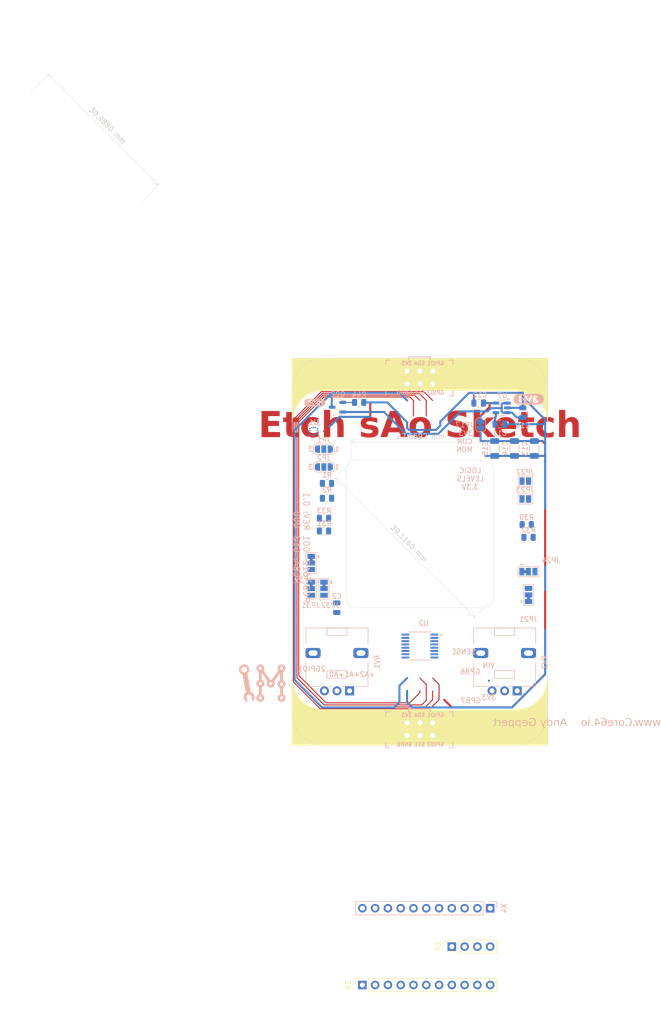
<source format=kicad_pcb>
(kicad_pcb (version 20240108) (generator "pcbnew") (generator_version "8.0")
  (title_block (title "Core4 SAO - PCB Layout") (date "2024-08-21") (rev "0.1") (company "Andy Geppert - Machine Ideas, LLC"))
  (layers (0 "F.Cu" signal) (31 "B.Cu" signal) (34 "B.Paste" user) (35 "F.Paste" user) (36 "B.SilkS" user "B.Silkscreen") (37 "F.SilkS" user "F.Silkscreen") (38 "B.Mask" user) (39 "F.Mask" user) (44 "Edge.Cuts" user))
  (net 0 "")
  (net 1 "VIN")
  (net 4 "GND")
  (net 5 "3V3")
  (net 6 "Net-(Q22-S)")
  (net 7 "unconnected-(JP21-C-Pad2)")
  (net 8 "/GPIO2")
  (net 11 "unconnected-(JP30-C-Pad2)")
  (net 14 "Net-(U7-BP)")
  (net 15 "/GPIO1")
  (net 16 "/I2C_SDA")
  (net 17 "/I2C_SCL")
  (net 18 "Net-(Q22-G)")
  (net 19 "/SCL")
  (net 20 "/SDA")
  (net 21 "/3V3_LDO")
  (net 22 "Net-(JP1-C)")
  (net 23 "Net-(JP2-C)")
  (net 26 "unconnected-(RV1-Pad1)")
  (net 32 "Net-(U1-GND-Pad10)")
  (net 41 "/I2C_3V3_SCL")
  (net 42 "/I2C_3V3_SDA")
  (net 43 "5V0")
  (net 44 "/SPI_CLK")
  (net 45 "/SPI_RESET")
  (net 46 "/GPIO3_CP3_DC")
  (net 47 "/SPI_CS1")
  (net 48 "/SPI_SDO")
  (net 49 "/SPI_SDI")
  (net 51 "/GPIO4_CP4_CS2")
  (net 52 "/SPI_CD")
  (footprint "Andy_Footprint_Library:Badgelife-SAOv169-BADGE-2x3-no-front-text" (layer "F.Cu") (at 107.5182 161.4056)
    (property "Reference" "X1" (at 8.94 0.08 0) (layer "F.SilkS"))
    (property "Value" "SAO_conn_SFH11-NBPC-D03-ST-BK")
    (fp_text user "SDA" (at -0.06 -2.814 0) (layer "B.SilkS") (effects (font (size 0.75 0.75)) (justify mirror)))
    (fp_text user "GPIO1" (at 3.14 -2.814 0) (layer "B.SilkS") (effects (font (size 0.75 0.75)) (justify mirror)))
    (fp_text user "SCL" (at -0.06 3.028 0) (layer "B.SilkS") (effects (font (size 0.75 0.75)) (justify mirror)))
    (fp_text user "GPIO2" (at 3.14 3.028 0) (layer "B.SilkS") (effects (font (size 0.75 0.75)) (justify mirror)))
    (fp_text user "GNDD" (at -3.06 3.028 0) (layer "B.SilkS") (effects (font (size 0.75 0.75)) (justify mirror)))
    (fp_text user "3V3" (at -2.6 -2.814 0) (layer "B.SilkS") (effects (font (size 0.75 0.75)) (justify mirror)))
    (pad "1" thru_hole rect (at -2.54 -1.27 270) (size 1.7272 1.7272) (drill 1.016) (layers "*.Cu" "*.Mask") (net 1 "VIN"))
    (pad "2" thru_hole circle (at -2.54 1.27 270) (size 1.7272 1.7272) (drill 1.016) (layers "*.Cu" "*.Mask") (net 4 "GND"))
    (pad "3" thru_hole oval (at 0 -1.27 270) (size 1.7272 1.7272) (drill 1.016) (layers "*.Cu" "*.Mask") (net 20 "/SDA"))
    (pad "4" thru_hole oval (at 0 1.27 270) (size 1.7272 1.7272) (drill 1.016) (layers "*.Cu" "*.Mask") (net 19 "/SCL"))
    (pad "5" thru_hole circle (at 2.54 -1.27 270) (size 1.7272 1.7272) (drill 1.016) (layers "*.Cu" "*.Mask") (net 15 "/GPIO1"))
    (pad "6" thru_hole circle (at 2.54 1.27 270) (size 1.7272 1.7272) (drill 1.016) (layers "*.Cu" "*.Mask") (net 8 "/GPIO2"))
  )
  (footprint "Connector_PinSocket_2.54mm:PinSocket_1x04_P2.54mm_Vertical" (layer "F.Cu") (at 113.8682 204.5856 90)
    (property "Reference" "X3" (at 0 -2.77 90) (layer "F.SilkS"))
    (property "Value" "HEADER_4-PIN_0.1")
    (pad "1" thru_hole rect (at 0 0 90) (size 1.7 1.7) (drill 1) (layers "*.Cu" "*.Mask") (net 23 "Net-(JP2-C)"))
    (pad "2" thru_hole oval (at 0 2.54 90) (size 1.7 1.7) (drill 1) (layers "*.Cu" "*.Mask") (net 22 "Net-(JP1-C)"))
    (pad "3" thru_hole oval (at 0 5.08 90) (size 1.7 1.7) (drill 1) (layers "*.Cu" "*.Mask") (net 41 "/I2C_3V3_SCL"))
    (pad "4" thru_hole oval (at 0 7.62 90) (size 1.7 1.7) (drill 1) (layers "*.Cu" "*.Mask") (net 42 "/I2C_3V3_SDA"))
  )
  (footprint "Andy_Footprint_Library:Badgelife-SAOv169-BADGE-2x3-no-front-text" (layer "F.Cu") (at 107.5182 91.5556)
    (property "Reference" "X2" (at 8.94 0.08 0) (layer "F.SilkS"))
    (property "Value" "SAO_conn_SFH11-NBPC-D03-ST-BK")
    (fp_text user "SDA" (at -0.06 -2.814 0) (layer "B.SilkS") (effects (font (size 0.75 0.75)) (justify mirror)))
    (fp_text user "GPIO1" (at 3.14 -2.814 0) (layer "B.SilkS") (effects (font (size 0.75 0.75)) (justify mirror)))
    (fp_text user "3V3" (at -2.6 -2.814 0) (layer "B.SilkS") (effects (font (size 0.75 0.75)) (justify mirror)))
    (fp_text user "GNDD" (at -3.06 3.028 0) (layer "B.SilkS") (effects (font (size 0.75 0.75)) (justify mirror)))
    (fp_text user "GPIO2" (at 3.14 3.028 0) (layer "B.SilkS") (effects (font (size 0.75 0.75)) (justify mirror)))
    (fp_text user "SCL" (at -0.06 3.028 0) (layer "B.SilkS") (effects (font (size 0.75 0.75)) (justify mirror)))
    (pad "1" thru_hole rect (at -2.54 -1.27 270) (size 1.7272 1.7272) (drill 1.016) (layers "*.Cu" "*.Mask") (net 1 "VIN"))
    (pad "2" thru_hole circle (at -2.54 1.27 270) (size 1.7272 1.7272) (drill 1.016) (layers "*.Cu" "*.Mask") (net 4 "GND"))
    (pad "3" thru_hole oval (at 0 -1.27 270) (size 1.7272 1.7272) (drill 1.016) (layers "*.Cu" "*.Mask") (net 20 "/SDA"))
    (pad "4" thru_hole oval (at 0 1.27 270) (size 1.7272 1.7272) (drill 1.016) (layers "*.Cu" "*.Mask") (net 19 "/SCL"))
    (pad "5" thru_hole circle (at 2.54 -1.27 270) (size 1.7272 1.7272) (drill 1.016) (layers "*.Cu" "*.Mask") (net 15 "/GPIO1"))
    (pad "6" thru_hole circle (at 2.54 1.27 270) (size 1.7272 1.7272) (drill 1.016) (layers "*.Cu" "*.Mask") (net 8 "/GPIO2"))
  )
  (footprint "Connector_PinSocket_2.54mm:PinSocket_1x11_P2.54mm_Vertical" (layer "F.Cu") (at 96.0882 212.2056 90)
    (property "Reference" "X5" (at 0 -2.77 90) (layer "F.SilkS"))
    (property "Value" "HEADER_11-PIN_0.1")
    (pad "1" thru_hole rect (at 0 0 90) (size 1.7 1.7) (drill 1) (layers "*.Cu" "*.Mask") (net 48 "/SPI_SDO"))
    (pad "2" thru_hole oval (at 0 2.54 90) (size 1.7 1.7) (drill 1) (layers "*.Cu" "*.Mask") (net 44 "/SPI_CLK"))
    (pad "3" thru_hole oval (at 0 5.08 90) (size 1.7 1.7) (drill 1) (layers "*.Cu" "*.Mask") (net 46 "/GPIO3_CP3_DC"))
    (pad "4" thru_hole oval (at 0 7.62 90) (size 1.7 1.7) (drill 1) (layers "*.Cu" "*.Mask") (net 45 "/SPI_RESET"))
    (pad "5" thru_hole oval (at 0 10.16 90) (size 1.7 1.7) (drill 1) (layers "*.Cu" "*.Mask") (net 51 "/GPIO4_CP4_CS2"))
    (pad "6" thru_hole oval (at 0 12.7 90) (size 1.7 1.7) (drill 1) (layers "*.Cu" "*.Mask") (net 47 "/SPI_CS1"))
    (pad "7" thru_hole oval (at 0 15.24 90) (size 1.7 1.7) (drill 1) (layers "*.Cu" "*.Mask") (net 49 "/SPI_SDI"))
    (pad "8" thru_hole oval (at 0 17.78 90) (size 1.7 1.7) (drill 1) (layers "*.Cu" "*.Mask") (net 52 "/SPI_CD"))
    (pad "9" thru_hole oval (at 0 20.32 90) (size 1.7 1.7) (drill 1) (layers "*.Cu" "*.Mask"))
    (pad "10" thru_hole oval (at 0 22.86 90) (size 1.7 1.7) (drill 1) (layers "*.Cu" "*.Mask") (net 43 "5V0"))
    (pad "11" thru_hole oval (at 0 25.4 90) (size 1.7 1.7) (drill 1) (layers "*.Cu" "*.Mask") (net 4 "GND"))
  )
  (footprint "Jumper:SolderJumper-3_P1.3mm_Bridged12_Pad1.0x1.5mm" (layer "B.Cu") (at 129.0782 130.1128)
    (property "Reference" "JP24" (at 4.4704 -2.2352 0) (layer "B.SilkS") (effects (justify mirror)))
    (property "Value" "CM_SNS_SEL")
    (fp_poly (pts (xy -0.9 0.3) (xy -0.4 0.3) (xy -0.4 -0.3) (xy -0.9 -0.3)) (fill solid) (layer "B.Cu"))
    (pad "1" smd rect (at -1.3 0) (size 1 1.5) (layers "B.Cu" "B.Mask") (net 8 "/GPIO2"))
    (pad "2" smd rect (at 0 0) (size 1 1.5) (layers "B.Cu" "B.Mask"))
    (pad "3" smd rect (at 1.3 0) (size 1 1.5) (layers "B.Cu" "B.Mask"))
  )
  (footprint "Resistor_SMD:R_0805_2012Metric" (layer "B.Cu") (at 129.1082 123.3056 180)
    (property "Reference" "R32" (at 0 1.4732 180) (layer "B.SilkS") (effects (justify mirror)))
    (property "Value" "0")
    (pad "1" smd roundrect (at -0.9125 0 180) (size 1.025 1.4) (layers "B.Cu" "B.Paste" "B.Mask") (roundrect_rratio 0.243902) (net 19 "/SCL"))
    (pad "2" smd roundrect (at 0.9125 0 180) (size 1.025 1.4) (layers "B.Cu" "B.Paste" "B.Mask") (roundrect_rratio 0.243902) (net 17 "/I2C_SCL"))
  )
  (footprint "Jumper:SolderJumper-3_P1.3mm_Open_RoundedPad1.0x1.5mm_NumberLabels" (layer "B.Cu") (at 88.4382 105.7856 180)
    (property "Reference" "JP1" (at 0 1.8 0) (layer "B.SilkS") (effects (justify mirror)))
    (property "Value" "SolderJumper_3_Open")
    (fp_text user "3" (at 2.6 0 0) (layer "B.SilkS") (effects (justify mirror)))
    (fp_text user "1" (at -2.6 0 0) (layer "B.SilkS") (effects (justify mirror)))
    (pad "1" smd custom (at -1.3 0 180) (size 1 0.5) (layers "B.Cu" "B.Mask") (net 4 "GND") (options (clearance outline) (anchor rect)) (primitives (gr_circle (center 0 -0.25) (end 0.5 -0.25) (width 0) (fill yes)) (gr_circle (center 0 0.25) (end 0.5 0.25) (width 0) (fill yes)) (gr_poly (pts (xy 0.55 -0.75) (xy 0 -0.75) (xy 0 0.75) (xy 0.55 0.75)) (width 0) (fill yes))))
    (pad "2" smd rect (at 0 0 180) (size 1 1.5) (layers "B.Cu" "B.Mask") (net 22 "Net-(JP1-C)"))
    (pad "3" smd custom (at 1.3 0 180) (size 1 0.5) (layers "B.Cu" "B.Mask") (net 5 "3V3") (options (clearance outline) (anchor rect)) (primitives (gr_circle (center 0 -0.25) (end 0.5 -0.25) (width 0) (fill yes)) (gr_circle (center 0 0.25) (end 0.5 0.25) (width 0) (fill yes)) (gr_poly (pts (xy 0 -0.75) (xy -0.55 -0.75) (xy -0.55 0.75) (xy 0 0.75)) (width 0) (fill yes))))
  )
  (footprint "Jumper:SolderJumper-3_P1.3mm_Bridged12_Pad1.0x1.5mm" (layer "B.Cu") (at 85.9282 133.4956 -90)
    (property "Reference" "JP31" (at 3.302 0.097 180) (layer "B.SilkS") (effects (justify mirror)))
    (property "Value" "A1")
    (fp_poly (pts (xy -0.9 0.3) (xy -0.4 0.3) (xy -0.4 -0.3) (xy -0.9 -0.3)) (fill solid) (layer "B.Cu"))
    (pad "1" smd rect (at -1.3 0 270) (size 1 1.5) (layers "B.Cu" "B.Mask") (net 5 "3V3"))
    (pad "2" smd rect (at 0 0 270) (size 1 1.5) (layers "B.Cu" "B.Mask"))
    (pad "3" smd rect (at 1.3 0 270) (size 1 1.5) (layers "B.Cu" "B.Mask") (net 4 "GND"))
  )
  (footprint "Capacitor_SMD:C_0805_2012Metric" (layer "B.Cu") (at 127.9652 98.5406 90)
    (property "Reference" "C10" (at -2.54 0 0) (layer "B.SilkS") (effects (justify mirror)))
    (property "Value" "1uF")
    (pad "1" smd roundrect (at -0.95 0 90) (size 1 1.45) (layers "B.Cu" "B.Paste" "B.Mask") (net 6 "Net-(Q22-S)"))
    (pad "2" smd roundrect (at 0.95 0 90) (size 1 1.45) (layers "B.Cu" "B.Paste" "B.Mask") (net 4 "GND"))
  )
  (footprint "Package_LGA:LGA-14_2x2mm_P0.35mm_LayoutBorder3x4y" (layer "B.Cu") (at 86.4357 102.2406 180)
    (property "Reference" "U1" (at 0 1.8 0) (layer "B.SilkS") (effects (justify mirror)))
    (property "Value" "LIS2DH")
    (pad "1" smd roundrect (at -0.7625 0.525 180) (size 0.325 0.2) (layers "B.Cu" "B.Paste" "B.Mask"))
    (pad "2" smd roundrect (at -0.7625 0.175 180) (size 0.325 0.2) (layers "B.Cu" "B.Paste" "B.Mask"))
    (pad "3" smd roundrect (at -0.7625 -0.175 180) (size 0.325 0.2) (layers "B.Cu" "B.Paste" "B.Mask"))
    (pad "4" smd roundrect (at -0.7625 -0.525 180) (size 0.325 0.2) (layers "B.Cu" "B.Paste" "B.Mask"))
    (pad "5" smd roundrect (at -0.35 -0.7625 180) (size 0.2 0.325) (layers "B.Cu" "B.Paste" "B.Mask"))
    (pad "6" smd roundrect (at 0 -0.7625 180) (size 0.2 0.325) (layers "B.Cu" "B.Paste" "B.Mask"))
    (pad "7" smd roundrect (at 0.35 -0.7625 180) (size 0.2 0.325) (layers "B.Cu" "B.Paste" "B.Mask"))
    (pad "8" smd roundrect (at 0.7625 -0.525 180) (size 0.325 0.2) (layers "B.Cu" "B.Paste" "B.Mask"))
    (pad "9" smd roundrect (at 0.7625 -0.175 180) (size 0.325 0.2) (layers "B.Cu" "B.Paste" "B.Mask") (net 32 "Net-(U1-GND-Pad10)"))
    (pad "10" smd roundrect (at 0.7625 0.175 180) (size 0.325 0.2) (layers "B.Cu" "B.Paste" "B.Mask") (net 32 "Net-(U1-GND-Pad10)"))
    (pad "11" smd roundrect (at 0.7625 0.525 180) (size 0.325 0.2) (layers "B.Cu" "B.Paste" "B.Mask") (net 32 "Net-(U1-GND-Pad10)"))
    (pad "12" smd roundrect (at 0.35 0.7625 180) (size 0.2 0.325) (layers "B.Cu" "B.Paste" "B.Mask") (net 32 "Net-(U1-GND-Pad10)"))
    (pad "13" smd roundrect (at 0 0.7625 180) (size 0.2 0.325) (layers "B.Cu" "B.Paste" "B.Mask") (net 32 "Net-(U1-GND-Pad10)"))
    (pad "14" smd roundrect (at -0.35 0.7625 180) (size 0.2 0.325) (layers "B.Cu" "B.Paste" "B.Mask") (net 32 "Net-(U1-GND-Pad10)"))
  )
  (footprint "Resistor_SMD:R_0805_2012Metric" (layer "B.Cu") (at 128.7507 120.7656)
    (property "Reference" "R30" (at -0.0254 -1.4478 0) (layer "B.SilkS") (effects (justify mirror)))
    (property "Value" "1K2")
    (pad "1" smd roundrect (at -0.9125 0) (size 1.025 1.4) (layers "B.Cu" "B.Paste" "B.Mask") (roundrect_rratio 0.243902) (net 5 "3V3"))
    (pad "2" smd roundrect (at 0.9125 0) (size 1.025 1.4) (layers "B.Cu" "B.Paste" "B.Mask") (roundrect_rratio 0.243902) (net 17 "/I2C_SCL"))
  )
  (footprint "Capacitor_SMD:C_0805_2012Metric" (layer "B.Cu") (at 123.3932 100.8266)
    (property "Reference" "C11" (at 0 1.778 180) (layer "B.SilkS") (effects (justify mirror)))
    (property "Value" "0.01uF")
    (pad "1" smd roundrect (at -0.95 0) (size 1 1.45) (layers "B.Cu" "B.Paste" "B.Mask") (net 14 "Net-(U7-BP)"))
    (pad "2" smd roundrect (at 0.95 0) (size 1 1.45) (layers "B.Cu" "B.Paste" "B.Mask") (net 4 "GND"))
  )
  (footprint "Potentiometer_THT:Potentiometer_Alps_RK09L_Single_Vertical" (layer "B.Cu") (at 126.8582 153.7856 90)
    (property "Reference" "RV2" (at 5.725 5.5 90) (layer "B.SilkS") (effects (justify mirror)))
    (property "Value" "R_Potentiometer_US")
    (pad "1" thru_hole rect (at 0 0 90) (size 1.8 1.8) (drill 1) (layers "*.Cu" "*.Mask"))
    (pad "2" thru_hole circle (at 0 -2.5 90) (size 1.8 1.8) (drill 1) (layers "*.Cu" "*.Mask"))
    (pad "3" thru_hole circle (at 0 -5 90) (size 1.8 1.8) (drill 1) (layers "*.Cu" "*.Mask"))
    (pad "MP" thru_hole roundrect (at 7.5 -7.25 90) (size 2 3) (drill oval 1.1 1.8) (layers "*.Cu" "*.Mask"))
    (pad "MP" thru_hole roundrect (at 7.5 2.25 90) (size 2 3) (drill oval 1.1 1.8) (layers "*.Cu" "*.Mask"))
  )
  (footprint "Andy_Footprint_Library:Machine_Ideas_logo" (layer "B.Cu") (at 75.7682 152.5156 180)
    (property "Reference" "L2" (hide yes))
    (property "Value" "~" (hide yes))
  )
  (footprint "Jumper:SolderJumper-2_P1.3mm_Open_Pad1.0x1.5mm" (layer "B.Cu") (at 128.4582 112.1356 180)
    (property "Reference" "JP22" (at 0 1.8 0) (layer "B.SilkS") (effects (justify mirror)))
    (property "Value" "INTA")
    (pad "1" smd rect (at -0.65 0 180) (size 1 1.5) (layers "B.Cu" "B.Mask") (net 15 "/GPIO1"))
    (pad "2" smd rect (at 0.65 0 180) (size 1 1.5) (layers "B.Cu" "B.Mask"))
  )
  (footprint "Resistor_SMD:R_0805_2012Metric" (layer "B.Cu") (at 88.4682 119.4956)
    (property "Reference" "R33" (at 0 -1.4732 0) (layer "B.SilkS") (effects (justify mirror)))
    (property "Value" "0")
    (pad "1" smd roundrect (at -0.9125 0) (size 1.025 1.4) (layers "B.Cu" "B.Paste" "B.Mask") (roundrect_rratio 0.243902) (net 16 "/I2C_SDA"))
    (pad "2" smd roundrect (at 0.9125 0) (size 1.025 1.4) (layers "B.Cu" "B.Paste" "B.Mask") (roundrect_rratio 0.243902) (net 20 "/SDA"))
  )
  (footprint "Connector_PinSocket_2.54mm:PinSocket_1x11_P2.54mm_Vertical" (layer "B.Cu") (at 121.4882 196.9656 90)
    (property "Reference" "X4" (at 0 2.77 90) (layer "B.SilkS") (effects (justify mirror)))
    (property "Value" "HEADER_11-PIN_0.1")
    (pad "1" thru_hole rect (at 0 0 90) (size 1.7 1.7) (drill 1) (layers "*.Cu" "*.Mask") (net 48 "/SPI_SDO"))
    (pad "2" thru_hole oval (at 0 -2.54 90) (size 1.7 1.7) (drill 1) (layers "*.Cu" "*.Mask") (net 44 "/SPI_CLK"))
    (pad "3" thru_hole oval (at 0 -5.08 90) (size 1.7 1.7) (drill 1) (layers "*.Cu" "*.Mask") (net 46 "/GPIO3_CP3_DC"))
    (pad "4" thru_hole oval (at 0 -7.62 90) (size 1.7 1.7) (drill 1) (layers "*.Cu" "*.Mask") (net 45 "/SPI_RESET"))
    (pad "5" thru_hole oval (at 0 -10.16 90) (size 1.7 1.7) (drill 1) (layers "*.Cu" "*.Mask") (net 51 "/GPIO4_CP4_CS2"))
    (pad "6" thru_hole oval (at 0 -12.7 90) (size 1.7 1.7) (drill 1) (layers "*.Cu" "*.Mask") (net 47 "/SPI_CS1"))
    (pad "7" thru_hole oval (at 0 -15.24 90) (size 1.7 1.7) (drill 1) (layers "*.Cu" "*.Mask") (net 49 "/SPI_SDI"))
    (pad "8" thru_hole oval (at 0 -17.78 90) (size 1.7 1.7) (drill 1) (layers "*.Cu" "*.Mask") (net 52 "/SPI_CD"))
    (pad "9" thru_hole oval (at 0 -20.32 90) (size 1.7 1.7) (drill 1) (layers "*.Cu" "*.Mask"))
    (pad "10" thru_hole oval (at 0 -22.86 90) (size 1.7 1.7) (drill 1) (layers "*.Cu" "*.Mask") (net 43 "5V0"))
    (pad "11" thru_hole oval (at 0 -25.4 90) (size 1.7 1.7) (drill 1) (layers "*.Cu" "*.Mask") (net 4 "GND"))
  )
  (footprint "Package_TO_SOT_SMD:SOT-23-5" (layer "B.Cu") (at 123.7742 97.5906 180)
    (property "Reference" "U7" (at -0.1325 2.479 180) (layer "B.SilkS") (effects (justify mirror)))
    (property "Value" "SSP9193-33M5R")
    (pad "1" smd roundrect (at -1.1375 0.95 180) (size 1.325 0.6) (layers "B.Cu" "B.Paste" "B.Mask") (net 6 "Net-(Q22-S)"))
    (pad "2" smd roundrect (at -1.1375 0 180) (size 1.325 0.6) (layers "B.Cu" "B.Paste" "B.Mask") (net 4 "GND"))
    (pad "3" smd roundrect (at -1.1375 -0.95 180) (size 1.325 0.6) (layers "B.Cu" "B.Paste" "B.Mask") (net 6 "Net-(Q22-S)"))
    (pad "4" smd roundrect (at 1.1375 -0.95 180) (size 1.325 0.6) (layers "B.Cu" "B.Paste" "B.Mask") (net 14 "Net-(U7-BP)"))
    (pad "5" smd roundrect (at 1.1375 0.95 180) (size 1.325 0.6) (layers "B.Cu" "B.Paste" "B.Mask") (net 21 "/3V3_LDO"))
  )
  (footprint "Jumper:SolderJumper-3_P1.3mm_Bridged12_Pad1.0x1.5mm" (layer "B.Cu") (at 85.9282 128.3856 -90)
    (property "Reference" "JP30" (at 3.302 1.524 180) (layer "B.SilkS") (effects (justify mirror)))
    (property "Value" "A0")
    (fp_poly (pts (xy -0.9 0.3) (xy -0.4 0.3) (xy -0.4 -0.3) (xy -0.9 -0.3)) (fill solid) (layer "B.Cu"))
    (pad "1" smd rect (at -1.3 0 270) (size 1 1.5) (layers "B.Cu" "B.Mask") (net 5 "3V3"))
    (pad "2" smd rect (at 0 0 270) (size 1 1.5) (layers "B.Cu" "B.Mask") (net 11 "unconnected-(JP30-C-Pad2)"))
    (pad "3" smd rect (at 1.3 0 270) (size 1 1.5) (layers "B.Cu" "B.Mask") (net 4 "GND"))
  )
  (footprint "Resistor_SMD:R_0805_2012Metric" (layer "B.Cu") (at 88.4682 122.0356)
    (property "Reference" "R31" (at 0.0508 -1.4732 0) (layer "B.SilkS") (effects (justify mirror)))
    (property "Value" "1K2")
    (pad "1" smd roundrect (at -0.9125 0) (size 1.025 1.4) (layers "B.Cu" "B.Paste" "B.Mask") (roundrect_rratio 0.243902) (net 5 "3V3"))
    (pad "2" smd roundrect (at 0.9125 0) (size 1.025 1.4) (layers "B.Cu" "B.Paste" "B.Mask") (roundrect_rratio 0.243902) (net 16 "/I2C_SDA"))
  )
  (footprint "kibuzzard-66C5FD67" (layer "B.Cu") (at 86.6394 96.5848 180)
    (property "Reference" "kibuzzard-66C5FD67" (hide yes))
    (property "Value" "G***" (hide yes))
  )
  (footprint "Andy_Footprint_Library:SOP65P640X110-16N" (layer "B.Cu") (at 107.5182 144.8956 180)
    (property "Reference" "U2" (at -0.73 4.512 0) (layer "B.SilkS") (effects (justify mirror)))
    (property "Value" "SC18IS606PWJ")
    (pad "1" smd roundrect (at -2.87 2.275 180) (size 1.57 0.41) (layers "B.Cu" "B.Paste" "B.Mask") (roundrect_rratio 0.125))
    (pad "2" smd roundrect (at -2.87 1.625 180) (size 1.57 0.41) (layers "B.Cu" "B.Paste" "B.Mask") (roundrect_rratio 0.125))
    (pad "3" smd roundrect (at -2.87 0.975 180) (size 1.57 0.41) (layers "B.Cu" "B.Paste" "B.Mask") (roundrect_rratio 0.125))
    (pad "4" smd roundrect (at -2.87 0.325 180) (size 1.57 0.41) (layers "B.Cu" "B.Paste" "B.Mask") (roundrect_rratio 0.125))
    (pad "5" smd roundrect (at -2.87 -0.325 180) (size 1.57 0.41) (layers "B.Cu" "B.Paste" "B.Mask") (roundrect_rratio 0.125))
    (pad "6" smd roundrect (at -2.87 -0.975 180) (size 1.57 0.41) (layers "B.Cu" "B.Paste" "B.Mask") (roundrect_rratio 0.125))
    (pad "7" smd roundrect (at -2.87 -1.625 180) (size 1.57 0.41) (layers "B.Cu" "B.Paste" "B.Mask") (roundrect_rratio 0.125))
    (pad "8" smd roundrect (at -2.87 -2.275 180) (size 1.57 0.41) (layers "B.Cu" "B.Paste" "B.Mask") (roundrect_rratio 0.125))
    (pad "9" smd roundrect (at 2.87 -2.275 180) (size 1.57 0.41) (layers "B.Cu" "B.Paste" "B.Mask") (roundrect_rratio 0.125))
    (pad "10" smd roundrect (at 2.87 -1.625 180) (size 1.57 0.41) (layers "B.Cu" "B.Paste" "B.Mask") (roundrect_rratio 0.125))
    (pad "11" smd roundrect (at 2.87 -0.975 180) (size 1.57 0.41) (layers "B.Cu" "B.Paste" "B.Mask") (roundrect_rratio 0.125))
    (pad "12" smd roundrect (at 2.87 -0.325 180) (size 1.57 0.41) (layers "B.Cu" "B.Paste" "B.Mask") (roundrect_rratio 0.125))
    (pad "13" smd roundrect (at 2.87 0.325 180) (size 1.57 0.41) (layers "B.Cu" "B.Paste" "B.Mask") (roundrect_rratio 0.125))
    (pad "14" smd roundrect (at 2.87 0.975 180) (size 1.57 0.41) (layers "B.Cu" "B.Paste" "B.Mask") (roundrect_rratio 0.125))
    (pad "15" smd roundrect (at 2.87 1.625 180) (size 1.57 0.41) (layers "B.Cu" "B.Paste" "B.Mask") (roundrect_rratio 0.125))
    (pad "16" smd roundrect (at 2.87 2.275 180) (size 1.57 0.41) (layers "B.Cu" "B.Paste" "B.Mask") (roundrect_rratio 0.125))
  )
  (footprint "Jumper:SolderJumper-3_P1.3mm_Bridged12_Pad1.0x1.5mm" (layer "B.Cu") (at 88.4682 133.4956 -90)
    (property "Reference" "JP32" (at 3.302 -1.27 180) (layer "B.SilkS") (effects (justify mirror)))
    (property "Value" "A2")
    (fp_poly (pts (xy -0.9 0.3) (xy -0.4 0.3) (xy -0.4 -0.3) (xy -0.9 -0.3)) (fill solid) (layer "B.Cu"))
    (pad "1" smd rect (at -1.3 0 270) (size 1 1.5) (layers "B.Cu" "B.Mask") (net 5 "3V3"))
    (pad "2" smd rect (at 0 0 270) (size 1 1.5) (layers "B.Cu" "B.Mask"))
    (pad "3" smd rect (at 1.3 0 270) (size 1 1.5) (layers "B.Cu" "B.Mask") (net 4 "GND"))
  )
  (footprint "Potentiometer_THT:Potentiometer_Alps_RK09L_Single_Vertical" (layer "B.Cu") (at 93.5482 153.7856 90)
    (property "Reference" "RV1" (at 5.725 5.5 90) (layer "B.SilkS") (effects (justify mirror)))
    (property "Value" "R_Potentiometer_US")
    (pad "1" thru_hole rect (at 0 0 90) (size 1.8 1.8) (drill 1) (layers "*.Cu" "*.Mask") (net 26 "unconnected-(RV1-Pad1)"))
    (pad "2" thru_hole circle (at 0 -2.5 90) (size 1.8 1.8) (drill 1) (layers "*.Cu" "*.Mask"))
    (pad "3" thru_hole circle (at 0 -5 90) (size 1.8 1.8) (drill 1) (layers "*.Cu" "*.Mask"))
    (pad "MP" thru_hole roundrect (at 7.5 -7.25 90) (size 2 3) (drill oval 1.1 1.8) (layers "*.Cu" "*.Mask"))
    (pad "MP" thru_hole roundrect (at 7.5 2.25 90) (size 2 3) (drill oval 1.1 1.8) (layers "*.Cu" "*.Mask"))
  )
  (footprint "Jumper:SolderJumper-2_P1.3mm_Open_Pad1.0x1.5mm" (layer "B.Cu") (at 128.4582 115.6856 180)
    (property "Reference" "JP23" (at 0 1.8 0) (layer "B.SilkS") (effects (justify mirror)))
    (property "Value" "INTB")
    (pad "1" smd rect (at -0.65 0 180) (size 1 1.5) (layers "B.Cu" "B.Mask") (net 8 "/GPIO2"))
    (pad "2" smd rect (at 0.65 0 180) (size 1 1.5) (layers "B.Cu" "B.Mask"))
  )
  (footprint "Resistor_SMD:R_0805_2012Metric" (layer "B.Cu") (at 89.0582 115.5356 180)
    (property "Reference" "R2" (at 0 1.65 0) (layer "B.SilkS") (effects (justify mirror)))
    (property "Value" "10k")
    (pad "1" smd roundrect (at -0.9125 0 180) (size 1.025 1.4) (layers "B.Cu" "B.Paste" "B.Mask") (roundrect_rratio 0.243902))
    (pad "2" smd roundrect (at 0.9125 0 180) (size 1.025 1.4) (layers "B.Cu" "B.Paste" "B.Mask") (roundrect_rratio 0.243902) (net 5 "3V3"))
  )
  (footprint "Capacitor_SMD:C_0805_2012Metric" (layer "B.Cu") (at 91.0082 137.2756 -90)
    (property "Reference" "C2" (at -2.286 0 180) (layer "B.SilkS") (effects (justify mirror)))
    (property "Value" "0.1uF")
    (pad "1" smd roundrect (at -0.95 0 270) (size 1 1.45) (layers "B.Cu" "B.Paste" "B.Mask") (net 5 "3V3"))
    (pad "2" smd roundrect (at 0.95 0 270) (size 1 1.45) (layers "B.Cu" "B.Paste" "B.Mask") (net 4 "GND"))
  )
  (footprint "Capacitor_SMD:C_1206_3216Metric" (layer "B.Cu") (at 122.3772 105.6526 -90)
    (property "Reference" "C15" (at 0 1.85 90) (layer "B.SilkS") (effects (justify mirror)))
    (property "Value" "220uF")
    (pad "1" smd roundrect (at -1.475 0 270) (size 1.15 1.8) (layers "B.Cu" "B.Paste" "B.Mask") (roundrect_rratio 0.217391) (net 5 "3V3"))
    (pad "2" smd roundrect (at 1.475 0 270) (size 1.15 1.8) (layers "B.Cu" "B.Paste" "B.Mask") (roundrect_rratio 0.217391) (net 4 "GND"))
  )
  (footprint "Resistor_SMD:R_0805_2012Metric" (layer "B.Cu") (at 95.4532 96.5086)
    (property "Reference" "R44" (at 0 -1.524 0) (layer "B.SilkS") (effects (justify mirror)))
    (property "Value" "4K7")
    (pad "1" smd roundrect (at -0.9125 0) (size 1.025 1.4) (layers "B.Cu" "B.Paste" "B.Mask") (roundrect_rratio 0.243902) (net 18 "Net-(Q22-G)"))
    (pad "2" smd roundrect (at 0.9125 0) (size 1.025 1.4) (layers "B.Cu" "B.Paste" "B.Mask") (roundrect_rratio 0.243902) (net 4 "GND"))
  )
  (footprint "Capacitor_SMD:C_0805_2012Metric" (layer "B.Cu") (at 119.2022 96.6356 180)
    (property "Reference" "C12" (at -0.254 1.651 180) (layer "B.SilkS") (effects (justify mirror)))
    (property "Value" "1uF")
    (pad "1" smd roundrect (at -0.95 0 180) (size 1 1.45) (layers "B.Cu" "B.Paste" "B.Mask") (net 21 "/3V3_LDO"))
    (pad "2" smd roundrect (at 0.95 0 180) (size 1 1.45) (layers "B.Cu" "B.Paste" "B.Mask") (net 4 "GND"))
  )
  (footprint "Capacitor_SMD:C_1206_3216Metric" (layer "B.Cu") (at 126.3142 105.6526 -90)
    (property "Reference" "C14" (at 0 1.85 90) (layer "B.SilkS") (effects (justify mirror)))
    (property "Value" "220uF")
    (pad "1" smd roundrect (at -1.475 0 270) (size 1.15 1.8) (layers "B.Cu" "B.Paste" "B.Mask") (roundrect_rratio 0.217391) (net 5 "3V3"))
    (pad "2" smd roundrect (at 1.475 0 270) (size 1.15 1.8) (layers "B.Cu" "B.Paste" "B.Mask") (roundrect_rratio 0.217391) (net 4 "GND"))
  )
  (footprint "Jumper:SolderJumper-2_P1.3mm_Bridged_RoundedPad1.0x1.5mm" (layer "B.Cu") (at 119.5832 100.9536 -90)
    (property "Reference" "JP17" (at 0 3.175 180) (layer "B.SilkS") (effects (justify mirror)))
    (property "Value" "3V3_CUR_MON")
    (fp_poly (pts (xy 0.25 0.3) (xy -0.25 0.3) (xy -0.25 -0.3) (xy 0.25 -0.3)) (fill solid) (layer "B.Cu"))
    (pad "1" smd custom (at -0.65 0 270) (size 1 0.5) (layers "B.Cu" "B.Mask") (net 21 "/3V3_LDO") (options (clearance outline) (anchor rect)) (primitives (gr_circle (center 0 -0.25) (end 0.5 -0.25) (width 0) (fill yes)) (gr_circle (center 0 0.25) (end 0.5 0.25) (width 0) (fill yes)) (gr_poly (pts (xy 0.5 -0.75) (xy 0 -0.75) (xy 0 0.75) (xy 0.5 0.75)) (width 0) (fill yes))))
    (pad "2" smd custom (at 0.65 0 270) (size 1 0.5) (layers "B.Cu" "B.Mask") (net 5 "3V3") (options (clearance outline) (anchor rect)) (primitives (gr_circle (center 0 -0.25) (end 0.5 -0.25) (width 0) (fill yes)) (gr_circle (center 0 0.25) (end 0.5 0.25) (width 0) (fill yes)) (gr_poly (pts (xy 0 -0.75) (xy -0.5 -0.75) (xy -0.5 0.75) (xy 0 0.75)) (width 0) (fill yes))))
  )
  (footprint "digikey-footprints:SOT-23-3" (layer "B.Cu") (at 91.1407 97.4636 180)
    (property "Reference" "Q22" (at -0.1215 2.5552 0) (layer "B.SilkS") (effects (justify mirror)))
    (property "Value" "SL3401A")
    (pad "1" smd rect (at -1.05 0.95 180) (size 1.3 0.6) (layers "B.Cu" "B.Paste" "B.Mask") (net 18 "Net-(Q22-G)"))
    (pad "2" smd rect (at -1.05 -0.95 180) (size 1.3 0.6) (layers "B.Cu" "B.Paste" "B.Mask") (net 6 "Net-(Q22-S)"))
    (pad "3" smd rect (at 1.05 0 180) (size 1.3 0.6) (layers "B.Cu" "B.Paste" "B.Mask") (net 1 "VIN"))
  )
  (footprint "Jumper:SolderJumper-3_P1.3mm_Bridged12_Pad1.0x1.5mm" (layer "B.Cu") (at 129.1082 134.7356 90)
    (property "Reference" "JP21" (at -4.796 0 0) (layer "B.SilkS") (effects (justify mirror)))
    (property "Value" "V_SEL")
    (fp_poly (pts (xy -0.9 0.3) (xy -0.4 0.3) (xy -0.4 -0.3) (xy -0.9 -0.3)) (fill solid) (layer "B.Cu"))
    (pad "1" smd rect (at -1.3 0 90) (size 1 1.5) (layers "B.Cu" "B.Mask") (net 5 "3V3"))
    (pad "2" smd rect (at 0 0 90) (size 1 1.5) (layers "B.Cu" "B.Mask") (net 7 "unconnected-(JP21-C-Pad2)"))
    (pad "3" smd rect (at 1.3 0 90) (size 1 1.5) (layers "B.Cu" "B.Mask") (net 1 "VIN"))
  )
  (footprint "Resistor_SMD:R_0805_2012Metric" (layer "B.Cu") (at 89.0582 112.5856 180)
    (property "Reference" "R1" (at 0 1.65 0) (layer "B.SilkS") (effects (justify mirror)))
    (property "Value" "10k")
    (pad "1" smd roundrect (at -0.9125 0 180) (size 1.025 1.4) (layers "B.Cu" "B.Paste" "B.Mask") (roundrect_rratio 0.243902) (net 5 "3V3"))
    (pad "2" smd roundrect (at 0.9125 0 180) (size 1.025 1.4) (layers "B.Cu" "B.Paste" "B.Mask") (roundrect_rratio 0.243902))
  )
  (footprint "Capacitor_SMD:C_1206_3216Metric" (layer "B.Cu") (at 130.2512 105.6526 -90)
    (property "Reference" "C13" (at 0 1.85 90) (layer "B.SilkS") (effects (justify mirror)))
    (property "Value" "220uF")
    (pad "1" smd roundrect (at -1.475 0 270) (size 1.15 1.8) (layers "B.Cu" "B.Paste" "B.Mask") (roundrect_rratio 0.217391) (net 5 "3V3"))
    (pad "2" smd roundrect (at 1.475 0 270) (size 1.15 1.8) (layers "B.Cu" "B.Paste" "B.Mask") (roundrect_rratio 0.217391) (net 4 "GND"))
  )
  (footprint "kibuzzard-6417AF30" (layer "B.Cu") (at 129.1082 95.8736 180)
    (property "Reference" "kibuzzard-6417AF30" (hide yes))
    (property "Value" "G***" (hide yes))
  )
  (footprint "Jumper:SolderJumper-3_P1.3mm_Open_RoundedPad1.0x1.5mm_NumberLabels" (layer "B.Cu") (at 88.4382 109.3356 180)
    (property "Reference" "JP2" (at 0 1.8 0) (layer "B.SilkS") (effects (justify mirror)))
    (property "Value" "SolderJumper_3_Open")
    (fp_text user "1" (at -2.6 0 0) (layer "B.SilkS") (effects (justify mirror)))
    (fp_text user "3" (at 2.6 0 0) (layer "B.SilkS") (effects (justify mirror)))
    (pad "1" smd custom (at -1.3 0 180) (size 1 0.5) (layers "B.Cu" "B.Mask") (net 4 "GND") (options (clearance outline) (anchor rect)) (primitives (gr_circle (center 0 -0.25) (end 0.5 -0.25) (width 0) (fill yes)) (gr_circle (center 0 0.25) (end 0.5 0.25) (width 0) (fill yes)) (gr_poly (pts (xy 0.55 -0.75) (xy 0 -0.75) (xy 0 0.75) (xy 0.55 0.75)) (width 0) (fill yes))))
    (pad "2" smd rect (at 0 0 180) (size 1 1.5) (layers "B.Cu" "B.Mask") (net 23 "Net-(JP2-C)"))
    (pad "3" smd custom (at 1.3 0 180) (size 1 0.5) (layers "B.Cu" "B.Mask") (net 5 "3V3") (options (clearance outline) (anchor rect)) (primitives (gr_circle (center 0 -0.25) (end 0.5 -0.25) (width 0) (fill yes)) (gr_circle (center 0 0.25) (end 0.5 0.25) (width 0) (fill yes)) (gr_poly (pts (xy 0 -0.75) (xy -0.55 -0.75) (xy -0.55 0.75) (xy 0 0.75)) (width 0) (fill yes))))
  )
  (gr_line (start 132.9182 157.5956) (end 126.5682 157.5956) (stroke (width 0.12)) (layer "F.SilkS"))
  (gr_rect (start 82.1182 157.5956) (end 132.9182 164.5806) (stroke (width 0.12)) (fill solid) (layer "F.SilkS"))
  (gr_rect (start 82.1182 87.7456) (end 132.9182 94.0956) (stroke (width 0.12)) (fill solid) (layer "F.SilkS"))
  (gr_poly (pts (xy 126.5682 94.0956) (xy 128.2192 94.3496) (xy 129.3622 94.7306) (xy 130.3782 95.3656) (xy 131.3942 96.2546) (xy 132.1562 97.3976) (xy 132.6642 98.7946) (xy 132.9182 100.4456) (xy 132.9182 94.0956)) (stroke (width 0.12)) (fill solid) (layer "F.SilkS"))
  (gr_poly (pts (xy 88.4682 157.5956) (xy 86.8172 157.3416) (xy 85.6742 156.9606) (xy 84.6582 156.3256) (xy 83.6422 155.4366) (xy 82.8802 154.2936) (xy 82.3722 152.8966) (xy 82.1182 151.2456) (xy 82.1182 157.5956)) (stroke (width 0.12)) (fill solid) (layer "F.SilkS"))
  (gr_line (start 132.9182 151.2456) (end 132.9182 157.5956) (stroke (width 0.12)) (layer "F.SilkS"))
  (gr_arc (start 132.9182 151.2456) (mid 131.058328 155.735728) (end 126.5682 157.5956) (stroke (width 0.12)) (layer "F.SilkS"))
  (gr_poly (pts (xy 82.1182 100.4456) (xy 82.3722 98.7946) (xy 82.7532 97.6516) (xy 83.3882 96.6356) (xy 84.2772 95.6196) (xy 85.4202 94.8576) (xy 86.8172 94.3496) (xy 88.4682 94.0956) (xy 82.1182 94.0956)) (stroke (width 0.12)) (fill solid) (layer "F.SilkS"))
  (gr_poly (pts (xy 132.9182 151.2456) (xy 132.6642 152.8966) (xy 132.2832 154.0396) (xy 131.6482 155.0556) (xy 130.7592 156.0716) (xy 129.6162 156.8336) (xy 128.2192 157.3416) (xy 126.5682 157.5956) (xy 132.9182 157.5956)) (stroke (width 0.12)) (fill solid) (layer "F.SilkS"))
  (gr_line (start 120.2182 137.2756) (end 94.8182 137.2756) (stroke (width 0.05)) (layer "Edge.Cuts"))
  (gr_line (start 94.818197 107.975343) (end 120.218197 107.975343) (stroke (width 0.05)) (layer "Edge.Cuts"))
  (gr_arc (start 82.1182 94.0956) (mid 83.978072 89.605472) (end 88.4682 87.7456) (stroke (width 0.05)) (layer "Edge.Cuts"))
  (gr_line (start 132.9182 94.0956) (end 132.9182 158.185472) (stroke (width 0.05)) (layer "Edge.Cuts"))
  (gr_arc (start 94.8182 137.2756) (mid 93.43925 136.704422) (end 92.86807 135.325473) (stroke (width 0.05)) (layer "Edge.Cuts"))
  (gr_line (start 126.5682 164.535472) (end 88.4682 164.535472) (stroke (width 0.05)) (layer "Edge.Cuts"))
  (gr_line (start 82.1182 158.185472) (end 82.1182 94.0956) (stroke (width 0.05)) (layer "Edge.Cuts"))
  (gr_line (start 88.4682 87.7456) (end 126.5682 87.7456) (stroke (width 0.05)) (layer "Edge.Cuts"))
  (gr_line (start 122.168327 109.92547) (end 122.168327 135.32547) (stroke (width 0.05)) (layer "Edge.Cuts"))
  (gr_arc (start 122.168327 135.32547) (mid 121.597149 136.704419) (end 120.2182 137.2756) (stroke (width 0.05)) (layer "Edge.Cuts"))
  (gr_arc (start 120.218197 107.975343) (mid 121.597146 108.546522) (end 122.168327 109.92547) (stroke (width 0.05)) (layer "Edge.Cuts"))
  (gr_arc (start 126.5682 87.7456) (mid 131.058328 89.605472) (end 132.9182 94.0956) (stroke (width 0.05)) (layer "Edge.Cuts"))
  (gr_line (start 92.86807 109.925473) (end 92.86807 135.325473) (stroke (width 0.05)) (layer "Edge.Cuts"))
  (gr_arc (start 92.86807 109.925473) (mid 93.439248 108.546523) (end 94.818197 107.975343) (stroke (width 0.05)) (layer "Edge.Cuts"))
  (gr_arc (start 132.9182 158.185472) (mid 131.058328 162.6756) (end 126.5682 164.535472) (stroke (width 0.05)) (layer "Edge.Cuts"))
  (gr_arc (start 88.4682 164.535472) (mid 83.978072 162.6756) (end 82.1182 158.185472) (stroke (width 0.05)) (layer "Edge.Cuts"))
  (gr_text "Etch sAo Sketch" (at 107.5182 104.2556 0) (layer "F.Cu") (effects (font (size 5.08 5.08) (thickness 0.508) (bold yes)) (justify bottom)))
  (gr_text "3V3\nCUR\nMON" (at 118.0846 104.2556 0) (layer "B.SilkS") (effects (font (size 1 1)) (justify left mirror)))
  (gr_text "www.Core64.io    Andy Geppert" (at 121.9962 160.1356 -0) (layer "B.SilkS") (effects (font (size 1.524 1.524) (thickness 0.2032)) (justify right mirror)))
  (gr_text "2GPIO1" (at 88.8746 149.4168 0) (layer "B.SilkS") (effects (font (size 1.016 1.016) (thickness 0.1524)) (justify left mirror)))
  (gr_text "+A2+A1+A0" (at 98.7252 150.5136 0) (layer "B.SilkS") (effects (font (size 1 1)) (justify left mirror)))
  (gr_text "3V3" (at 122.7582 155.0556 0) (layer "B.SilkS") (effects (font (size 1.016 1.016) (thickness 0.1524)) (justify left mirror)))
  (gr_text "GPB7" (at 119.761 155.716 -0) (layer "B.SilkS") (effects (font (size 1.016 1.016) (thickness 0.1524)) (justify left mirror)))
  (gr_text "PCB: 612-001 REV: 0.1\nPCBA: 612-000\n" (at 83.9978 125.2868 270) (layer "B.SilkS") (effects (font (size 1.2 1.2)) (justify mirror)))
  (gr_text "SENSE" (at 118.745 146.0132 0) (layer "B.SilkS") (effects (font (size 1.016 1.016) (thickness 0.1524)) (justify left mirror)))
  (gr_text "LOGIC\nLEVELS\n3.3V" (at 117.5258 111.6724 -0) (layer "B.SilkS") (effects (font (size 1.016 1.016) (thickness 0.1524)) (justify mirror)))
  (gr_text "GPB6" (at 119.6086 149.9756 -0) (layer "B.SilkS") (effects (font (size 1.016 1.016) (thickness 0.1524)) (justify left mirror)))
  (gr_text "VIN" (at 122.5042 148.7056 0) (layer "B.SilkS") (effects (font (size 1.016 1.016) (thickness 0.1524)) (justify left mirror)))
  (dimension (type aligned) (layer "Edge.Cuts") (pts (xy 121.488199 108.346411) (xy 93.82901 108.346411)) (height 3.950406) (gr_text "1.0889 in" (at 107.658604 103.246005 0) (layer "Edge.Cuts") (effects (font (size 1 1) (thickness 0.15)))) (format (prefix "") (suffix "") (units 3) (units_format 1) (precision 4)) (style (thickness 0.05) (arrow_length 1.27) (text_position_mode 0) (extension_height 0.58642) (extension_offset 0.5) keep_text_aligned))
  (dimension (type aligned) (layer "Edge.Cuts") (pts (xy 29.726375 35.353775) (xy 51.6382 57.2656)) (height -5.598542) (gr_text "1.2200 in" (at 45.454228 41.537748 315) (layer "Edge.Cuts") (effects (font (size 1 1) (thickness 0.15)))) (format (prefix "") (suffix "") (units 3) (units_format 1) (precision 4)) (style (thickness 0.05) (arrow_length 1.27) (text_position_mode 0) (extension_height 0.58642) (extension_offset 0.5) keep_text_aligned))
  (dimension (type aligned) (layer "Edge.Cuts") (pts (xy 121.488199 136.0056) (xy 93.82901 108.346411)) (height -4.414524) (gr_text "1.5400 in" (at 105.350237 124.484372 -45) (layer "Edge.Cuts") (effects (font (size 1 1) (thickness 0.15)))) (format (prefix "") (suffix "") (units 3) (units_format 1) (precision 4)) (style (thickness 0.05) (arrow_length 1.27) (text_position_mode 0) (extension_height 0.58642) (extension_offset 0.5) keep_text_aligned))
  (segment (start 82.6262 102.0204) (end 82.6262 151.6266) (width 0.4064) (layer "B.Cu") (net 1))
  (segment (start 90.043 94.6036) (end 82.6262 102.0204) (width 0.4064) (layer "B.Cu") (net 1))
  (segment (start 103.4542 94.6036) (end 90.043 94.6036) (width 0.4064) (layer "B.Cu") (net 1))
  (segment (start 90.043 94.6036) (end 90.0032 94.6434) (width 0.4064) (layer "B.Cu") (net 1))
  (segment (start 82.6262 151.6266) (end 88.0872 157.0876) (width 0.4064) (layer "B.Cu") (net 1))
  (segment (start 88.0872 157.0876) (end 102.4382 157.0876) (width 0.4064) (layer "B.Cu") (net 1))
  (segment (start 90.0032 94.6434) (end 90.0032 97.4636) (width 0.4064) (layer "B.Cu") (net 1))
  (segment (start 103.4542 156.0716) (end 103.4542 152.7696) (width 0.4064) (layer "B.Cu") (net 1))
  (segment (start 104.9782 96.1276) (end 103.4542 94.6036) (width 0.4064) (layer "B.Cu") (net 1))
  (segment (start 102.4382 157.0876) (end 103.4542 156.0716) (width 0.4064) (layer "B.Cu") (net 1))
  (segment (start 103.4542 152.7696) (end 104.9782 151.2456) (width 0.4064) (layer "B.Cu") (net 1))
  (segment (start 88.3158 102.2236) (end 88.3685 102.1709) (width 0.2032) (layer "F.Cu") (net 4))
  (segment (start 97.663 96.5086) (end 97.663 99.3788) (width 0.4064) (layer "F.Cu") (net 4))
  (segment (start 111.5822 101.098903) (end 110.711503 101.9696) (width 0.4064) (layer "B.Cu") (net 4))
  (segment (start 127.9652 94.6036) (end 118.1862 94.6036) (width 0.4064) (layer "B.Cu") (net 4))
  (segment (start 97.663 96.5086) (end 96.3657 96.5086) (width 0.4064) (layer "B.Cu") (net 4))
  (segment (start 105.9942 157.0876) (end 125.8062 157.0876) (width 0.4064) (layer "B.Cu") (net 4))
  (segment (start 132.3612 107.1276) (end 132.4102 107.1766) (width 0.4064) (layer "B.Cu") (net 4))
  (segment (start 91.5162 99.3788) (end 89.5518 101.3432) (width 0.4064) (layer "B.Cu") (net 4))
  (segment (start 132.4102 108.1926) (end 132.4102 100.8266) (width 0.4064) (layer "B.Cu") (net 4))
  (segment (start 125.8062 157.0876) (end 132.4102 150.4836) (width 0.4064) (layer "B.Cu") (net 4))
  (segment (start 132.4102 133.7196) (end 132.4102 129.1476) (width 0.4064) (layer "B.Cu") (net 4))
  (segment (start 104.9782 153.7856) (end 104.9782 156.0716) (width 0.4064) (layer "B.Cu") (net 4))
  (segment (start 118.2522 96.6356) (end 118.2522 94.6696) (width 0.4064) (layer "B.Cu") (net 4))
  (segment (start 132.4102 100.8266) (end 132.4102 99.9376) (width 0.4064) (layer "B.Cu") (net 4))
  (segment (start 104.9782 156.0716) (end 105.9942 157.0876) (width 0.4064) (layer "B.Cu") (net 4))
  (segment (start 118.1862 94.6036) (end 117.2972 94.6036) (width 0.4064) (layer "B.Cu") (net 4))
  (segment (start 120.5466 107.1276) (end 130.2512 107.1276) (width 0.4064) (layer "B.Cu") (net 4))
  (segment (start 118.2522 94.6696) (end 118.1862 94.6036) (width 0.4064) (layer "B.Cu") (net 4))
  (segment (start 117.2972 94.6036) (end 111.5822 100.3186) (width 0.4064) (layer "B.Cu") (net 4))
  (segment (start 111.5822 100.3186) (end 111.5822 101.098903) (width 0.4064) (layer "B.Cu") (net 4))
  (segment (start 124.9117 97.5906) (end 127.9652 97.5906) (width 0.4064) (layer "B.Cu") (net 4))
  (segment (start 130.2512 107.1276) (end 132.3612 107.1276) (width 0.4064) (layer "B.Cu") (net 4))
  (segment (start 101.0412 96.5086) (end 104.9782 100.4456) (width 0.4064) (layer "B.Cu") (net 4))
  (segment (start 97.663 96.5086) (end 101.0412 96.5086) (width 0.4064) (layer "B.Cu") (net 4))
  (segment (start 105.3592 101.9696) (end 104.9782 101.5886) (width 0.4064) (layer "B.Cu") (net 4))
  (segment (start 127.9652 95.4926) (end 127.9652 94.6036) (width 0.4064) (layer "B.Cu") (net 4))
  (segment (start 132.4102 99.9376) (end 127.9652 95.4926) (width 0.4064) (layer "B.Cu") (net 4))
  (segment (start 97.663 99.3788) (end 91.5162 99.3788) (width 0.4064) (layer "B.Cu") (net 4))
  (segment (start 124.3432 100.8266) (end 132.4102 100.8266) (width 0.4064) (layer "B.Cu") (net 4))
  (segment (start 132.4102 108.0946) (end 132.3612 108.1436) (width 0.4064) (layer "B.Cu") (net 4))
  (segment (start 104.9782 101.5886) (end 104.9782 100.4456) (width 0.4064) (layer "B.Cu") (net 4))
  (segment (start 132.4102 150.4836) (end 132.4102 141.7206) (width 0.4064) (layer "B.Cu") (net 4))
  (segment (start 127.9652 97.5906) (end 127.9652 94.6036) (width 0.4064) (layer "B.Cu") (net 4))
  (segment (start 132.4102 117.5906) (end 132.4102 108.1926) (width 0.4064) (layer "B.Cu") (net 4))
  (segment (start 132.4102 107.1766) (end 132.4102 108.0946) (width 0.4064) (layer "B.Cu") (net 4))
  (segment (start 110.711503 101.9696) (end 105.3592 101.9696) (width 0.4064) (layer "B.Cu") (net 4))
  (segment (start 131.8006 104.1286) (end 132.4102 104.7382) (width 0.4064) (layer "F.Cu") (net 5))
  (segment (start 132.4102 104.7382) (end 132.4102 150.4836) (width 0.4064) (layer "F.Cu") (net 5))
  (segment (start 132.4102 150.4836) (end 125.8062 157.0876) (width 0.4064) (layer "F.Cu") (net 5))
  (segment (start 113.8682 157.0876) (end 112.3442 155.5636) (width 0.4064) (layer "F.Cu") (net 5))
  (segment (start 125.8062 157.0876) (end 113.8682 157.0876) (width 0.4064) (layer "F.Cu") (net 5))
  (segment (start 119.5832 104.1776) (end 119.5832 101.6036) (width 0.4064) (layer "B.Cu") (net 5))
  (segment (start 126.3142 104.1776) (end 130.2512 104.1776) (width 0.4064) (layer "B.Cu") (net 5))
  (segment (start 119.5832 104.1776) (end 122.3772 104.1776) (width 0.4064) (layer "B.Cu") (net 5))
  (segment (start 131.7516 104.1776) (end 130.2512 104.1776) (width 0.4064) (layer "B.Cu") (net 5))
  (segment (start 122.3772 104.1776) (end 126.3142 104.1776) (width 0.4064) (layer "B.Cu") (net 5))
  (segment (start 131.8006 104.1286) (end 131.7516 104.1776) (width 0.4064) (layer "B.Cu") (net 5))
  (segment (start 124.9117 96.6406) (end 124.0232 96.6406) (width 0.4064) (layer "B.Cu") (net 6))
  (segment (start 115.6462 98.2866) (end 120.9802 98.2866) (width 0.4064) (layer "B.Cu") (net 6))
  (segment (start 124.0232 96.6406) (end 123.7742 96.8896) (width 0.4064) (layer "B.Cu") (net 6))
  (segment (start 123.7742 98.2866) (end 124.0282 98.5406) (width 0.4064) (layer "B.Cu") (net 6))
  (segment (start 104.7242 102.7316) (end 111.2012 102.7316) (width 0.4064) (layer "B.Cu") (net 6))
  (segment (start 124.9117 98.5406) (end 125.8062 98.5406) (width 0.4064) (layer "B.Cu") (net 6))
  (segment (start 100.4062 98.4136) (end 104.7242 102.7316) (width 0.4064) (layer "B.Cu") (net 6))
  (segment (start 123.7742 97.6516) (end 123.7742 98.2866) (width 0.4064) (layer "B.Cu") (net 6))
  (segment (start 125.8062 98.5406) (end 126.7562 99.4906) (width 0.4064) (layer "B.Cu") (net 6))
  (segment (start 111.2012 102.7316) (end 115.6462 98.2866) (width 0.4064) (layer "B.Cu") (net 6))
  (segment (start 123.7742 96.8896) (end 123.7742 97.6516) (width 0.4064) (layer "B.Cu") (net 6))
  (segment (start 124.0282 98.5406) (end 124.9117 98.5406) (width 0.4064) (layer "B.Cu") (net 6))
  (segment (start 120.9802 98.2866) (end 121.6152 97.6516) (width 0.4064) (layer "B.Cu") (net 6))
  (segment (start 92.2782 98.4136) (end 100.4062 98.4136) (width 0.4064) (layer "B.Cu") (net 6))
  (segment (start 126.7562 99.4906) (end 127.9652 99.4906) (width 0.4064) (layer "B.Cu") (net 6))
  (segment (start 121.6152 97.6516) (end 123.7742 97.6516) (width 0.4064) (layer "B.Cu") (net 6))
  (segment (start 121.2576 151.7602) (end 121.2342 151.7836) (width 0.4064) (layer "B.Cu") (net 7))
  (segment (start 110.0582 153.7856) (end 110.0582 155.5636) (width 0.2032) (layer "F.Cu") (net 8))
  (segment (start 108.7882 96.1276) (end 108.7882 99.1756) (width 0.2032) (layer "F.Cu") (net 8))
  (segment (start 88.122812 94.7052) (end 107.3658 94.7052) (width 0.2032) (layer "F.Cu") (net 8))
  (segment (start 82.7278 100.100212) (end 88.122812 94.7052) (width 0.2032) (layer "F.Cu") (net 8))
  (segment (start 107.3658 94.7052) (end 108.7882 96.1276) (width 0.2032) (layer "F.Cu") (net 8))
  (segment (start 87.9856 156.986) (end 82.7278 151.7282) (width 0.2032) (layer "F.Cu") (net 8))
  (segment (start 110.0582 155.5636) (end 108.6358 156.986) (width 0.2032) (layer "F.Cu") (net 8))
  (segment (start 108.6358 156.986) (end 87.9856 156.986) (width 0.2032) (layer "F.Cu") (net 8))
  (segment (start 82.7278 151.7282) (end 82.7278 100.100212) (width 0.2032) (layer "F.Cu") (net 8))
  (segment (start 86.9252 146.6736) (end 86.9442 146.6926) (width 0.2032) (layer "B.Cu") (net 11))
  (segment (start 86.9402 146.0386) (end 86.9442 146.0426) (width 0.2032) (layer "B.Cu") (net 11))
  (segment (start 122.6367 99.2971) (end 122.4432 99.4906) (width 0.4064) (layer "B.Cu") (net 14))
  (segment (start 122.4432 99.4906) (end 122.4432 100.8266) (width 0.4064) (layer "B.Cu") (net 14))
  (segment (start 122.6367 98.5406) (end 122.6367 99.2971) (width 0.4064) (layer "B.Cu") (net 14))
  (segment (start 87.975518 94.3496) (end 82.3722 99.952918) (width 0.2032) (layer "F.Cu") (net 15))
  (segment (start 111.3282 155.5636) (end 111.3282 152.5156) (width 0.2032) (layer "F.Cu") (net 15))
  (segment (start 109.5502 157.3416) (end 111.3282 155.5636) (width 0.2032) (layer "F.Cu") (net 15))
  (segment (start 108.2802 94.3496) (end 87.975518 94.3496) (width 0.2032) (layer "F.Cu") (net 15))
  (segment (start 82.3722 99.952918) (end 82.3722 152.0076) (width 0.2032) (layer "F.Cu") (net 15))
  (segment (start 82.3722 152.0076) (end 87.7062 157.3416) (width 0.2032) (layer "F.Cu") (net 15))
  (segment (start 87.7062 157.3416) (end 109.5502 157.3416) (width 0.2032) (layer "F.Cu") (net 15))
  (segment (start 110.0582 96.1276) (end 108.2802 94.3496) (width 0.2032) (layer "F.Cu") (net 15))
  (segment (start 111.3282 152.5156) (end 110.0582 151.2456) (width 0.2032) (layer "F.Cu") (net 15))
  (segment (start 92.2782 96.5136) (end 94.5357 96.5136) (width 0.2032) (layer "B.Cu") (net 18))
  (segment (start 94.5357 96.5136) (end 94.5407 96.5086) (width 0.2032) (layer "B.Cu") (net 18))
  (segment (start 88.4682 156.5796) (end 83.0834 151.1948) (width 0.2032) (layer "F.Cu") (net 20))
  (segment (start 108.7882 155.6652) (end 107.8738 156.5796) (width 0.2032) (layer "F.Cu") (net 20))
  (segment (start 83.0834 151.1948) (end 83.0834 100.247506) (width 0.2032) (layer "F.Cu") (net 20))
  (segment (start 107.8738 156.5796) (end 88.4682 156.5796) (width 0.2032) (layer "F.Cu") (net 20))
  (segment (start 108.7882 152.5156) (end 107.5182 151.2456) (width 0.2032) (layer "F.Cu") (net 20))
  (segment (start 108.7882 155.6652) (end 108.7882 152.5156) (width 0.2032) (layer "F.Cu") (net 20))
  (segment (start 88.270106 95.0608) (end 106.446294 95.0608) (width 0.2032) (layer "F.Cu") (net 20))
  (segment (start 83.0834 100.247506) (end 88.270106 95.0608) (width 0.2032) (layer "F.Cu") (net 20))
  (segment (start 106.446294 95.0608) (end 107.5182 96.132706) (width 0.2032) (layer "F.Cu") (net 20))
  (segment (start 121.3612 97.423) (end 121.3612 96.6356) (width 0.4064) (layer "F.Cu") (net 21))
  (segment (start 119.5832 99.201) (end 121.3612 97.423) (width 0.4064) (layer "F.Cu") (net 21))
  (segment (start 119.5832 99.201) (end 119.5832 100.3036) (width 0.4064) (layer "B.Cu") (net 21))
  (segment (start 120.8482 96.6406) (end 121.3562 96.6406) (width 0.4064) (layer "B.Cu") (net 21))
  (segment (start 121.3662 96.6406) (end 122.6367 96.6406) (width 0.4064) (layer "B.Cu") (net 21))
  (segment (start 120.8432 96.6356) (end 120.8482 96.6406) (width 0.4064) (layer "B.Cu") (net 21))
  (segment (start 121.3612 96.6356) (end 121.3662 96.6406) (width 0.4064) (layer "B.Cu") (net 21))
  (segment (start 120.1522 96.6356) (end 120.8432 96.6356) (width 0.4064) (layer "B.Cu") (net 21))
  (segment (start 121.3562 96.6406) (end 121.3612 96.6356) (width 0.4064) (layer "B.Cu") (net 21))
  (segment (start 107.5182 154.1412) (end 107.5182 153.7856) (width 0.2032) (layer "F.Cu") (net 26))
  (segment (start 106.2482 96.1276) (end 106.2482 99.1756) (width 0.2032) (layer "F.Cu") (net 26))
  (segment (start 83.439 100.3948) (end 88.4174 95.4164) (width 0.2032) (layer "F.Cu") (net 26))
  (segment (start 105.8926 155.7668) (end 107.5182 154.1412) (width 0.2032) (layer "F.Cu") (net 26))
  (segment (start 88.8873 156.1732) (end 83.439 150.7249) (width 0.2032) (layer "F.Cu") (net 26))
  (segment (start 105.537 95.4164) (end 106.2482 96.1276) (width 0.2032) (layer "F.Cu") (net 26))
  (segment (start 105.8926 155.7668) (end 105.4862 156.1732) (width 0.2032) (layer "F.Cu") (net 26))
  (segment (start 83.439 150.7249) (end 83.439 100.3948) (width 0.2032) (layer "F.Cu") (net 26))
  (segment (start 88.4174 95.4164) (end 105.537 95.4164) (width 0.2032) (layer "F.Cu") (net 26))
  (segment (start 105.4862 156.1732) (end 88.8873 156.1732) (width 0.2032) (layer "F.Cu") (net 26))
)
</source>
